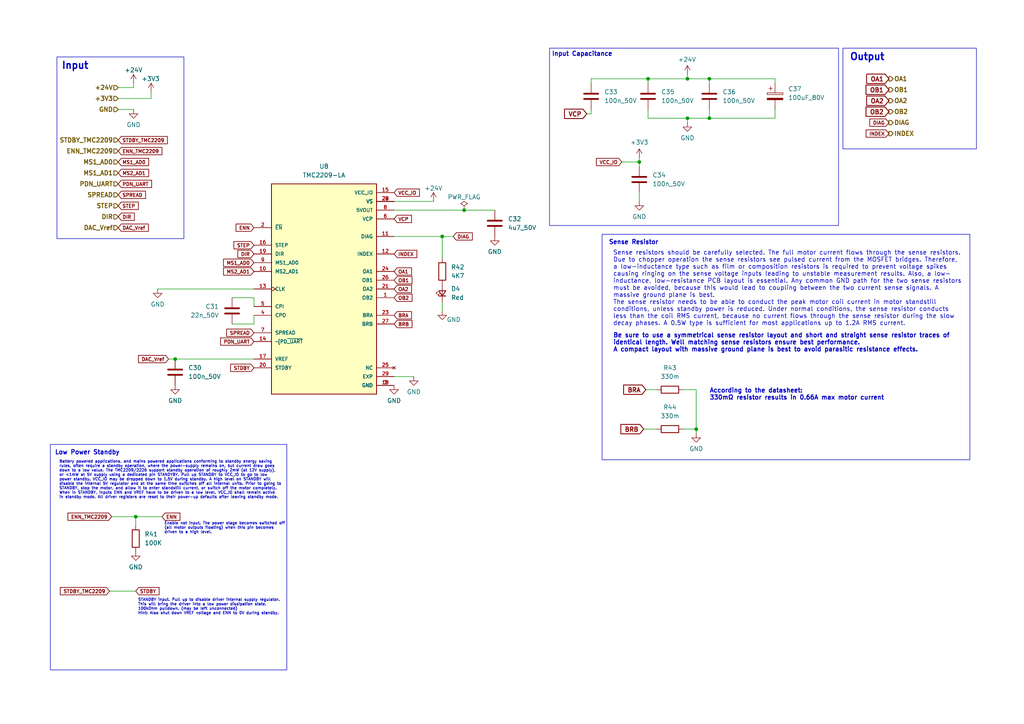
<source format=kicad_sch>
(kicad_sch (version 20231120) (generator "eeschema") (generator_version "8.0")
  (paper "A4")
  (lib_symbols
    (symbol "_C_0402:100n_50V" (pin_numbers hide) (pin_names (offset 0.254))
      (property "Reference" "C" (at 0.635 2.54 0))
      (property "Value" "100n_50V" (at 0.635 -2.54 0))
      (symbol "100n_50V_0_1"
        (polyline (pts (xy -2.032 -0.762) (xy 2.032 -0.762)) (stroke (width 0.508)))
        (polyline (pts (xy -2.032 0.762) (xy 2.032 0.762)) (stroke (width 0.508)))
      )
      (symbol "100n_50V_1_1"
        (pin passive line (at 0 3.81 270) (length 2.794) (name "~") (number "1"))
        (pin passive line (at 0 -3.81 90) (length 2.794) (name "~") (number "2"))
      )
    )
    (symbol "_C_0402:22n_50V" (pin_numbers hide) (pin_names (offset 0.254))
      (property "Reference" "C" (at 0.635 2.54 0))
      (property "Value" "22n_50V" (at 0.635 -2.54 0))
      (symbol "22n_50V_0_1"
        (polyline (pts (xy -2.032 -0.762) (xy 2.032 -0.762)) (stroke (width 0.508)))
        (polyline (pts (xy -2.032 0.762) (xy 2.032 0.762)) (stroke (width 0.508)))
      )
      (symbol "22n_50V_1_1"
        (pin passive line (at 0 3.81 270) (length 2.794) (name "~") (number "1"))
        (pin passive line (at 0 -3.81 90) (length 2.794) (name "~") (number "2"))
      )
    )
    (symbol "_C_1206:4u7_50V" (pin_numbers hide) (pin_names (offset 0.254))
      (property "Reference" "C" (at 0.635 2.54 0))
      (property "Value" "4u7_50V" (at 0.635 -2.54 0))
      (symbol "4u7_50V_0_1"
        (polyline (pts (xy -2.032 -0.762) (xy 2.032 -0.762)) (stroke (width 0.508)))
        (polyline (pts (xy -2.032 0.762) (xy 2.032 0.762)) (stroke (width 0.508)))
      )
      (symbol "4u7_50V_1_1"
        (pin passive line (at 0 3.81 270) (length 2.794) (name "~") (number "1"))
        (pin passive line (at 0 -3.81 90) (length 2.794) (name "~") (number "2"))
      )
    )
    (symbol "_C_Polarized:100uF_80V" (pin_numbers hide) (pin_names (offset 0.254))
      (property "Reference" "C" (at 0.635 2.54 0))
      (property "Value" "100uF_80V" (at 0.635 -2.54 0))
      (symbol "100uF_80V_0_1"
        (rectangle (start -2.286 0.508) (end 2.286 1.016))
        (polyline (pts (xy -1.778 2.286) (xy -0.762 2.286)))
        (polyline (pts (xy -1.27 2.794) (xy -1.27 1.778)))
        (rectangle (start 2.286 -0.508) (end -2.286 -1.016) (fill (type outline)))
      )
      (symbol "100uF_80V_1_1"
        (pin passive line (at 0 3.81 270) (length 2.794) (name "~") (number "1"))
        (pin passive line (at 0 -3.81 90) (length 2.794) (name "~") (number "2"))
      )
    )
    (symbol "_Driver_Motor:TMC2209-LA" (pin_names (offset 1.016))
      (property "Reference" "U" (at -15.24 30.48 0))
      (property "Value" "TMC2209-LA" (at -15.24 -33.02 0))
      (symbol "TMC2209-LA_0_0"
        (rectangle (start -15.24 -30.48) (end 15.24 30.48) (stroke (width 0.254)) (fill (type background)))
        (pin output line (at 20.32 -2.54 180) (length 5.08) (name "OB2") (number "1"))
        (pin input line (at -20.32 5.08 0) (length 5.08) (name "MS2_AD1") (number "10"))
        (pin output line (at 20.32 15.24 180) (length 5.08) (name "DIAG") (number "11"))
        (pin output line (at 20.32 10.16 180) (length 5.08) (name "INDEX") (number "12"))
        (pin input clock (at -20.32 0 0) (length 5.08) (name "CLK") (number "13"))
        (pin bidirectional line (at -20.32 -15.24 0) (length 5.08) (name "~{PD~{_UART}") (number "14"))
        (pin power_in line (at 20.32 27.94 180) (length 5.08) (name "VCC_IO") (number "15"))
        (pin input line (at -20.32 12.7 0) (length 5.08) (name "STEP") (number "16"))
        (pin input line (at -20.32 -20.32 0) (length 5.08) (name "VREF") (number "17"))
        (pin power_in line (at 20.32 -27.94 180) (length 5.08) (name "GND") (number "18"))
        (pin input line (at -20.32 10.16 0) (length 5.08) (name "DIR") (number "19"))
        (pin input line (at -20.32 17.78 0) (length 5.08) (name "~{EN}") (number "2"))
        (pin input line (at -20.32 -22.86 0) (length 5.08) (name "STDBY") (number "20"))
        (pin output line (at 20.32 0 180) (length 5.08) (name "OA2") (number "21"))
        (pin power_in line (at 20.32 25.4 180) (length 5.08) (name "VS") (number "22"))
        (pin bidirectional line (at 20.32 -7.62 180) (length 5.08) (name "BRA") (number "23"))
        (pin output line (at 20.32 5.08 180) (length 5.08) (name "OA1") (number "24"))
        (pin no_connect line (at 20.32 -22.86 180) (length 5.08) (name "NC") (number "25"))
        (pin output line (at 20.32 2.54 180) (length 5.08) (name "OB1") (number "26"))
        (pin bidirectional line (at 20.32 -10.16 180) (length 5.08) (name "BRB") (number "27"))
        (pin power_in line (at 20.32 25.4 180) (length 5.08) (name "VS") (number "28"))
        (pin power_in line (at 20.32 -25.4 180) (length 5.08) (name "EXP") (number "29"))
        (pin power_in line (at 20.32 -27.94 180) (length 5.08) (name "GND") (number "3"))
        (pin output line (at -20.32 -7.62 0) (length 5.08) (name "CPO") (number "4"))
        (pin input line (at -20.32 -5.08 0) (length 5.08) (name "CPI") (number "5"))
        (pin power_in line (at 20.32 20.32 180) (length 5.08) (name "VCP") (number "6"))
        (pin input line (at -20.32 -12.7 0) (length 5.08) (name "SPREAD") (number "7"))
        (pin power_in line (at 20.32 22.86 180) (length 5.08) (name "5VOUT") (number "8"))
        (pin input line (at -20.32 7.62 0) (length 5.08) (name "MS1_AD0") (number "9"))
      )
    )
    (symbol "_LED:Red" (pin_numbers hide) (pin_names (offset 0.254) hide)
      (property "Reference" "D" (at -1.27 3.175 0))
      (property "Value" "Red" (at -4.445 -2.54 0))
      (symbol "Red_0_1"
        (polyline (pts (xy -0.762 -1.016) (xy -0.762 1.016)) (stroke (width 0.254)))
        (polyline (pts (xy 1.016 0) (xy -0.762 0)))
        (polyline (pts (xy 0.762 -1.016) (xy -0.762 0) (xy 0.762 1.016) (xy 0.762 -1.016)) (stroke (width 0.254)))
        (polyline (pts (xy 0 0.762) (xy -0.508 1.27) (xy -0.254 1.27) (xy -0.508 1.27) (xy -0.508 1.016)))
        (polyline (pts (xy 0.508 1.27) (xy 0 1.778) (xy 0.254 1.778) (xy 0 1.778) (xy 0 1.524)))
      )
      (symbol "Red_1_1"
        (pin passive line (at -2.54 0 0) (length 1.778) (name "K") (number "1"))
        (pin passive line (at 2.54 0 180) (length 1.778) (name "A") (number "2"))
      )
    )
    (symbol "_R_0402:100K" (pin_numbers hide) (pin_names (offset 0))
      (property "Reference" "R" (at 2.032 0 90))
      (property "Value" "100K" (at 0 0 90))
      (symbol "100K_0_1"
        (rectangle (start -1.016 -2.54) (end 1.016 2.54) (stroke (width 0.254)))
      )
      (symbol "100K_1_1"
        (pin passive line (at 0 3.81 270) (length 1.27) (name "~") (number "1"))
        (pin passive line (at 0 -3.81 90) (length 1.27) (name "~") (number "2"))
      )
    )
    (symbol "_R_0603:4K7" (pin_numbers hide) (pin_names (offset 0))
      (property "Reference" "R" (at 2.032 0 90))
      (property "Value" "4K7" (at 0 0 90))
      (symbol "4K7_0_1"
        (rectangle (start -1.016 -2.54) (end 1.016 2.54) (stroke (width 0.254)))
      )
      (symbol "4K7_1_1"
        (pin passive line (at 0 3.81 270) (length 1.27) (name "~") (number "1"))
        (pin passive line (at 0 -3.81 90) (length 1.27) (name "~") (number "2"))
      )
    )
    (symbol "_R_1210:330m" (pin_numbers hide) (pin_names (offset 0))
      (property "Reference" "R" (at 2.032 0 90))
      (property "Value" "330m" (at 0 0 90))
      (symbol "330m_0_1"
        (rectangle (start -1.016 -2.54) (end 1.016 2.54) (stroke (width 0.254)))
      )
      (symbol "330m_1_1"
        (pin passive line (at 0 3.81 270) (length 1.27) (name "~") (number "1"))
        (pin passive line (at 0 -3.81 90) (length 1.27) (name "~") (number "2"))
      )
    )
    (symbol "power:+24V" (power) (pin_names (offset 0))
      (property "Value" "+24V" (at 0 3.556 0))
      (symbol "+24V_0_1"
        (polyline (pts (xy -0.762 1.27) (xy 0 2.54)))
        (polyline (pts (xy 0 0) (xy 0 2.54)))
        (polyline (pts (xy 0 2.54) (xy 0.762 1.27)))
      )
      (symbol "+24V_1_1"
        (pin power_in line (at 0 0 90) (length 0) hide (name "+24V") (number "1"))
      )
    )
    (symbol "power:+3V3" (power) (pin_names (offset 0))
      (property "Value" "+3V3" (at 0 3.556 0))
      (symbol "+3V3_0_1"
        (polyline (pts (xy -0.762 1.27) (xy 0 2.54)))
        (polyline (pts (xy 0 0) (xy 0 2.54)))
        (polyline (pts (xy 0 2.54) (xy 0.762 1.27)))
      )
      (symbol "+3V3_1_1"
        (pin power_in line (at 0 0 90) (length 0) hide (name "+3V3") (number "1"))
      )
    )
    (symbol "power:GND" (power) (pin_names (offset 0))
      (property "Value" "GND" (at 0 -3.81 0))
      (symbol "GND_0_1"
        (polyline (pts (xy 0 0) (xy 0 -1.27) (xy 1.27 -1.27) (xy 0 -2.54) (xy -1.27 -1.27) (xy 0 -1.27)))
      )
      (symbol "GND_1_1"
        (pin power_in line (at 0 0 270) (length 0) hide (name "GND") (number "1"))
      )
    )
    (symbol "power:PWR_FLAG" (power) (pin_numbers hide) (pin_names (offset 0) hide)
      (property "Value" "PWR_FLAG" (at 0 3.81 0))
      (symbol "PWR_FLAG_0_0"
        (pin power_out line (at 0 0 90) (length 0) (name "pwr") (number "1"))
      )
      (symbol "PWR_FLAG_0_1"
        (polyline (pts (xy 0 0) (xy 0 1.27) (xy -1.016 1.905) (xy 0 2.54) (xy 1.016 1.905) (xy 0 1.27)))
      )
    )
  )
  (junction (at 187.96 22.86))
  (junction (at 39.37 149.86))
  (junction (at 128.27 68.58))
  (junction (at 199.39 34.29))
  (junction (at 134.62 60.96))
  (junction (at 199.39 22.86))
  (junction (at 205.74 22.86))
  (junction (at 50.8 104.14))
  (junction (at 205.74 34.29))
  (junction (at 201.93 124.46))
  (junction (at 185.42 46.99))
  (wire (pts (xy 199.39 34.29) (xy 205.74 34.29)))
  (wire (pts (xy 186.69 124.46) (xy 190.5 124.46)))
  (wire (pts (xy 48.895 104.14) (xy 50.8 104.14)))
  (wire (pts (xy 131.445 68.58) (xy 128.27 68.58)))
  (wire (pts (xy 67.31 93.98) (xy 73.66 93.98)))
  (wire (pts (xy 187.96 31.75) (xy 187.96 34.29)))
  (wire (pts (xy 171.45 22.86) (xy 187.96 22.86)))
  (wire (pts (xy 45.72 83.82) (xy 73.66 83.82)))
  (wire (pts (xy 171.45 31.75) (xy 171.45 33.02)))
  (wire (pts (xy 205.74 22.86) (xy 224.79 22.86)))
  (wire (pts (xy 34.29 31.75) (xy 38.735 31.75)))
  (wire (pts (xy 171.45 22.86) (xy 171.45 24.13)))
  (wire (pts (xy 187.325 113.03) (xy 190.5 113.03)))
  (wire (pts (xy 187.96 22.86) (xy 199.39 22.86)))
  (wire (pts (xy 187.96 22.86) (xy 187.96 24.13)))
  (wire (pts (xy 224.79 31.75) (xy 224.79 34.29)))
  (wire (pts (xy 50.8 104.14) (xy 73.66 104.14)))
  (wire (pts (xy 67.31 86.36) (xy 73.66 86.36)))
  (wire (pts (xy 185.42 46.99) (xy 185.42 48.26)))
  (wire (pts (xy 201.93 113.03) (xy 198.12 113.03)))
  (wire (pts (xy 185.42 55.88) (xy 185.42 58.42)))
  (wire (pts (xy 31.75 171.45) (xy 39.37 171.45)))
  (wire (pts (xy 198.12 124.46) (xy 201.93 124.46)))
  (wire (pts (xy 128.27 68.58) (xy 128.27 74.93)))
  (wire (pts (xy 128.27 68.58) (xy 114.3 68.58)))
  (wire (pts (xy 199.39 21.59) (xy 199.39 22.86)))
  (wire (pts (xy 73.66 86.36) (xy 73.66 88.9)))
  (wire (pts (xy 199.39 34.29) (xy 199.39 35.56)))
  (wire (pts (xy 38.735 25.4) (xy 34.29 25.4)))
  (wire (pts (xy 187.96 34.29) (xy 199.39 34.29)))
  (wire (pts (xy 114.3 58.42) (xy 125.73 58.42)))
  (wire (pts (xy 39.37 149.86) (xy 46.99 149.86)))
  (wire (pts (xy 73.66 91.44) (xy 73.66 93.98)))
  (wire (pts (xy 180.34 46.99) (xy 185.42 46.99)))
  (wire (pts (xy 185.42 46.99) (xy 185.42 45.72)))
  (wire (pts (xy 34.29 28.575) (xy 43.815 28.575)))
  (wire (pts (xy 201.93 124.46) (xy 201.93 125.73)))
  (wire (pts (xy 224.79 34.29) (xy 205.74 34.29)))
  (wire (pts (xy 39.37 149.86) (xy 39.37 152.4)))
  (wire (pts (xy 114.3 60.96) (xy 134.62 60.96)))
  (wire (pts (xy 43.815 26.67) (xy 43.815 28.575)))
  (wire (pts (xy 201.93 113.03) (xy 201.93 124.46)))
  (wire (pts (xy 134.62 60.96) (xy 143.51 60.96)))
  (wire (pts (xy 224.79 22.86) (xy 224.79 24.13)))
  (wire (pts (xy 38.735 24.13) (xy 38.735 25.4)))
  (wire (pts (xy 32.385 149.86) (xy 39.37 149.86)))
  (wire (pts (xy 205.74 22.86) (xy 205.74 24.13)))
  (wire (pts (xy 114.3 109.22) (xy 120.015 109.22)))
  (wire (pts (xy 128.27 90.17) (xy 128.27 87.63)))
  (wire (pts (xy 199.39 22.86) (xy 205.74 22.86)))
  (wire (pts (xy 205.74 31.75) (xy 205.74 34.29)))
  (wire (pts (xy 171.45 33.02) (xy 170.18 33.02)))
  (rectangle (start 159.385 13.97) (end 243.205 65.405))
  (rectangle (start 244.475 13.97) (end 283.21 43.18))
  (rectangle (start 16.51 16.51) (end 53.34 69.215))
  (rectangle (start 14.605 128.905) (end 83.185 194.31))
  (rectangle (start 174.625 67.945) (end 281.305 133.35))
  (text "STANDBY input. Pull up to disable driver internal supply regulator.\nThis will bring the driver into a low power dissipation state.\n100kOhm pulldown. (may be left unconnected)\nHint: Also shut down VREF voltage and ENN to 0V during standby." (at 40.005 178.435 0) (effects (font (size 0.8 0.8)) (justify left bottom)))
  (text "Output" (at 246.38 17.78 0) (effects (font (size 2 2) (thickness 0.4) (bold yes)) (justify left bottom)))
  (text "Sense resistors should be carefully selected. The full motor current flows through the sense resistors.\nDue to chopper operation the sense resistors see pulsed current from the MOSFET bridges. Therefore,\na low-inductance type such as film or composition resistors is required to prevent voltage spikes\ncausing ringing on the sense voltage inputs leading to unstable measurement results. Also, a low-\ninductance, low-resistance PCB layout is essential. Any common GND path for the two sense resistors\nmust be avoided, because this would lead to coupling between the two current sense signals. A\nmassive ground plane is best.\nThe sense resistor needs to be able to conduct the peak motor coil current in motor standstill\nconditions, unless standby power is reduced. Under normal conditions, the sense resistor conducts\nless than the coil RMS current, because no current flows through the sense resistor during the slow\ndecay phases. A 0.5W type is sufficient for most applications up to 1.2A RMS current." (at 177.8 94.615 0) (effects (font (size 1.27 1.27)) (justify left bottom)))
  (text "Enable not input. The power stage becomes switched off\n(all motor outputs floating) when this pin becomes\ndriven to a high level." (at 47.625 154.94 0) (effects (font (size 0.8 0.8)) (justify left bottom)))
  (text "Low Power Standby" (at 15.875 132.08 0) (effects (font (size 1.27 1.27) (bold yes)) (justify left bottom)))
  (text "Be sure to use a symmetrical sense resistor layout and short and straight sense resistor traces of\nidentical length. Well matching sense resistors ensure best performance.\nA compact layout with massive ground plane is best to avoid parasitic resistance effects." (at 177.8 102.235 0) (effects (font (size 1.27 1.27) (thickness 0.254) (bold yes)) (justify left bottom)))
  (text "According to the datasheet:\n330mΩ resistor results in 0.66A max motor current" (at 205.74 116.205 0) (effects (font (size 1.27 1.27) (bold yes)) (justify left bottom)))
  (text "Sense Resistor" (at 176.53 71.12 0) (effects (font (size 1.27 1.27) (bold yes)) (justify left bottom)))
  (text "Battery powered applications, and mains powered applications conforming to standby energy saving\nrules, often require a standby operation, where the power-supply remains on, but current draw goes\ndown to a low value. The TMC2209/2226 support standby operation of roughly 2mW (at 12V supply),\nor <1mW at 5V supply using a dedicated pin STANDYBY. Pull up STANDBY to VCC_IO to go to low\npower standby. VCC_IO may be dropped down to 1.5V during standby. A high level on STANDBY will\ndisable the internal 5V regulator and at the same time switches off all internal units. Prior to going to\nSTANDBY, stop the motor, and allow it to enter standstill current, or switch off the motor completely.\nWhen in STANDBY, inputs ENN and VREF have to be driven to a low level. VCC_IO shall remain active\nin standby mode. All driver registers are reset to their power-up defaults after leaving standby mode." (at 17.145 144.78 0) (effects (font (size 0.8 0.8)) (justify left bottom)))
  (text "Input Capacitance" (at 160.02 16.51 0) (effects (font (size 1.27 1.27) (bold yes)) (justify left bottom)))
  (text "Input" (at 17.78 20.32 0) (effects (font (size 2 2) (thickness 0.4) (bold yes)) (justify left bottom)))
  (global_label "ENN" (shape input) (at 73.66 66.04 180) (effects (font (size 1 1) (bold yes))) (property "Intersheetrefs" "${INTERSHEET_REFS}" (effects (hide yes))))
  (global_label "DAC_Vref" (shape input) (at 48.895 104.14 180) (effects (font (size 1 1) (bold yes))) (property "Intersheetrefs" "${INTERSHEET_REFS}" (effects (hide yes))))
  (global_label "BRA" (shape input) (at 114.3 91.44 0) (effects (font (size 1 1) (bold yes))) (property "Intersheetrefs" "${INTERSHEET_REFS}" (effects (hide yes))))
  (global_label "INDEX" (shape input) (at 257.81 38.735 180) (effects (font (size 1 1) (bold yes))) (property "Intersheetrefs" "${INTERSHEET_REFS}" (effects (hide yes))))
  (global_label "ENN" (shape input) (at 46.99 149.86 0) (effects (font (size 1 1) (bold yes))) (property "Intersheetrefs" "${INTERSHEET_REFS}" (effects (hide yes))))
  (global_label "VCP" (shape input) (at 170.18 33.02 180) (effects (font (bold yes))) (property "Intersheetrefs" "${INTERSHEET_REFS}" (effects (hide yes))))
  (global_label "STDBY" (shape input) (at 39.37 171.45 0) (effects (font (size 1 1) (bold yes))) (property "Intersheetrefs" "${INTERSHEET_REFS}" (effects (hide yes))))
  (global_label "MS2_AD1" (shape input) (at 34.29 50.165 0) (effects (font (size 1 1) (bold yes))) (property "Intersheetrefs" "${INTERSHEET_REFS}" (effects (hide yes))))
  (global_label "BRA" (shape input) (at 187.325 113.03 180) (effects (font (bold yes))) (property "Intersheetrefs" "${INTERSHEET_REFS}" (effects (hide yes))))
  (global_label "SPREAD" (shape input) (at 73.66 96.52 180) (effects (font (size 1 1) (bold yes))) (property "Intersheetrefs" "${INTERSHEET_REFS}" (effects (hide yes))))
  (global_label "VCC_IO" (shape input) (at 180.34 46.99 180) (effects (font (size 1 1) (bold yes))) (property "Intersheetrefs" "${INTERSHEET_REFS}" (effects (hide yes))))
  (global_label "VCP" (shape input) (at 114.3 63.5 0) (effects (font (size 1 1) (bold yes))) (property "Intersheetrefs" "${INTERSHEET_REFS}" (effects (hide yes))))
  (global_label "OB2" (shape input) (at 114.3 86.36 0) (effects (font (size 1 1) (bold yes))) (property "Intersheetrefs" "${INTERSHEET_REFS}" (effects (hide yes))))
  (global_label "MS1_AD0" (shape input) (at 34.29 46.99 0) (effects (font (size 1 1) (bold yes))) (property "Intersheetrefs" "${INTERSHEET_REFS}" (effects (hide yes))))
  (global_label "PDN_UART" (shape input) (at 34.29 53.34 0) (effects (font (size 1 1) (bold yes))) (property "Intersheetrefs" "${INTERSHEET_REFS}" (effects (hide yes))))
  (global_label "STEP" (shape input) (at 34.29 59.69 0) (effects (font (size 1 1) (bold yes))) (property "Intersheetrefs" "${INTERSHEET_REFS}" (effects (hide yes))))
  (global_label "DIR" (shape input) (at 73.66 73.66 180) (effects (font (size 1 1) (bold yes))) (property "Intersheetrefs" "${INTERSHEET_REFS}" (effects (hide yes))))
  (global_label "STEP" (shape input) (at 73.66 71.12 180) (effects (font (size 1 1) (bold yes))) (property "Intersheetrefs" "${INTERSHEET_REFS}" (effects (hide yes))))
  (global_label "MS2_AD1" (shape input) (at 73.66 78.74 180) (effects (font (size 1 1) (bold yes))) (property "Intersheetrefs" "${INTERSHEET_REFS}" (effects (hide yes))))
  (global_label "OA1" (shape input) (at 114.3 78.74 0) (effects (font (size 1 1) (bold yes))) (property "Intersheetrefs" "${INTERSHEET_REFS}" (effects (hide yes))))
  (global_label "DAC_Vref" (shape input) (at 34.29 66.04 0) (effects (font (size 1 1) (bold yes))) (property "Intersheetrefs" "${INTERSHEET_REFS}" (effects (hide yes))))
  (global_label "DIAG" (shape input) (at 257.81 35.56 180) (effects (font (size 1 1) (bold yes))) (property "Intersheetrefs" "${INTERSHEET_REFS}" (effects (hide yes))))
  (global_label "MS1_AD0" (shape input) (at 73.66 76.2 180) (effects (font (size 1 1) (bold yes))) (property "Intersheetrefs" "${INTERSHEET_REFS}" (effects (hide yes))))
  (global_label "OA1" (shape input) (at 257.81 22.86 180) (effects (font (bold yes))) (property "Intersheetrefs" "${INTERSHEET_REFS}" (effects (hide yes))))
  (global_label "STDBY" (shape input) (at 73.66 106.68 180) (effects (font (size 1 1) (bold yes))) (property "Intersheetrefs" "${INTERSHEET_REFS}" (effects (hide yes))))
  (global_label "OA2" (shape input) (at 257.81 29.21 180) (effects (font (bold yes))) (property "Intersheetrefs" "${INTERSHEET_REFS}" (effects (hide yes))))
  (global_label "VCC_IO" (shape input) (at 114.3 55.88 0) (effects (font (size 1 1) (bold yes))) (property "Intersheetrefs" "${INTERSHEET_REFS}" (effects (hide yes))))
  (global_label "STDBY_TMC2209" (shape input) (at 34.29 40.64 0) (effects (font (size 1 1) (bold yes))) (property "Intersheetrefs" "${INTERSHEET_REFS}" (effects (hide yes))))
  (global_label "BRB" (shape input) (at 114.3 93.98 0) (effects (font (size 1 1) (bold yes))) (property "Intersheetrefs" "${INTERSHEET_REFS}" (effects (hide yes))))
  (global_label "STDBY_TMC2209" (shape input) (at 31.75 171.45 180) (effects (font (size 1 1) (bold yes))) (property "Intersheetrefs" "${INTERSHEET_REFS}" (effects (hide yes))))
  (global_label "ENN_TMC2209" (shape input) (at 32.385 149.86 180) (effects (font (size 1 1) (bold yes))) (property "Intersheetrefs" "${INTERSHEET_REFS}" (effects (hide yes))))
  (global_label "SPREAD" (shape input) (at 34.29 56.515 0) (effects (font (size 1 1) (bold yes))) (property "Intersheetrefs" "${INTERSHEET_REFS}" (effects (hide yes))))
  (global_label "OB1" (shape input) (at 114.3 81.28 0) (effects (font (size 1 1) (bold yes))) (property "Intersheetrefs" "${INTERSHEET_REFS}" (effects (hide yes))))
  (global_label "ENN_TMC2209" (shape input) (at 34.29 43.815 0) (effects (font (size 1 1) (bold yes))) (property "Intersheetrefs" "${INTERSHEET_REFS}" (effects (hide yes))))
  (global_label "OA2" (shape input) (at 114.3 83.82 0) (effects (font (size 1 1) (bold yes))) (property "Intersheetrefs" "${INTERSHEET_REFS}" (effects (hide yes))))
  (global_label "DIR" (shape input) (at 34.29 62.865 0) (effects (font (size 1 1) (bold yes))) (property "Intersheetrefs" "${INTERSHEET_REFS}" (effects (hide yes))))
  (global_label "INDEX" (shape input) (at 114.3 73.66 0) (effects (font (size 1 1) (bold yes))) (property "Intersheetrefs" "${INTERSHEET_REFS}" (effects (hide yes))))
  (global_label "OB2" (shape input) (at 257.81 32.385 180) (effects (font (bold yes))) (property "Intersheetrefs" "${INTERSHEET_REFS}" (effects (hide yes))))
  (global_label "DIAG" (shape input) (at 131.445 68.58 0) (effects (font (size 1 1) (bold yes))) (property "Intersheetrefs" "${INTERSHEET_REFS}" (effects (hide yes))))
  (global_label "OB1" (shape input) (at 257.81 26.035 180) (effects (font (bold yes))) (property "Intersheetrefs" "${INTERSHEET_REFS}" (effects (hide yes))))
  (global_label "PDN_UART" (shape input) (at 73.66 99.06 180) (effects (font (size 1 1) (bold yes))) (property "Intersheetrefs" "${INTERSHEET_REFS}" (effects (hide yes))))
  (global_label "BRB" (shape input) (at 186.69 124.46 180) (effects (font (bold yes))) (property "Intersheetrefs" "${INTERSHEET_REFS}" (effects (hide yes))))
  (hierarchical_label "DIAG" (shape output) (at 257.81 35.56 0) (effects (font (bold yes))))
  (hierarchical_label "ENN_TMC2209" (shape input) (at 34.29 43.815 180) (effects (font (bold yes))))
  (hierarchical_label "INDEX" (shape output) (at 257.81 38.735 0) (effects (font (bold yes))))
  (hierarchical_label "+24V" (shape input) (at 34.29 25.4 180) (effects (font (bold yes))))
  (hierarchical_label "OB1" (shape output) (at 257.81 26.035 0) (effects (font (bold yes))))
  (hierarchical_label "+3V3" (shape input) (at 34.29 28.575 180) (effects (font (bold yes))))
  (hierarchical_label "PDN_UART" (shape input) (at 34.29 53.34 180) (effects (font (bold yes))))
  (hierarchical_label "MS1_AD1" (shape input) (at 34.29 50.165 180) (effects (font (bold yes))))
  (hierarchical_label "SPREAD" (shape input) (at 34.29 56.515 180) (effects (font (bold yes))))
  (hierarchical_label "OB2" (shape output) (at 257.81 32.385 0) (effects (font (bold yes))))
  (hierarchical_label "GND" (shape input) (at 34.29 31.75 180) (effects (font (bold yes))))
  (hierarchical_label "OA1" (shape output) (at 257.81 22.86 0) (effects (font (bold yes))))
  (hierarchical_label "MS1_AD0" (shape input) (at 34.29 46.99 180) (effects (font (bold yes))))
  (hierarchical_label "DAC_Vref" (shape input) (at 34.29 66.04 180) (effects (font (bold yes))))
  (hierarchical_label "STEP" (shape input) (at 34.29 59.69 180) (effects (font (bold yes))))
  (hierarchical_label "DIR" (shape input) (at 34.29 62.865 180) (effects (font (bold yes))))
  (hierarchical_label "STDBY_TMC2209" (shape input) (at 34.29 40.64 180) (effects (font (bold yes))))
  (hierarchical_label "OA2" (shape output) (at 257.81 29.21 0) (effects (font (bold yes))))
  (symbol (lib_id "power:PWR_FLAG") (at 134.62 60.96 0) (unit 1)
    (property "Reference" "#FLG04" (effects (hide yes)))
    (property "Value" "PWR_FLAG" (at 134.62 57.15 0))
  )
  (symbol (lib_id "power:+24V") (at 199.39 21.59 0) (unit 1)
    (property "Reference" "#PWR0126" (effects (hide yes)))
    (property "Value" "+24V" (at 199.263 17.272 0))
  )
  (symbol (lib_id "power:GND") (at 199.39 35.56 0) (unit 1)
    (property "Reference" "#PWR0127" (effects (hide yes)))
    (property "Value" "GND" (at 199.39 40.005 0))
  )
  (symbol (lib_id "_R_0402:100K") (at 39.37 156.21 0) (unit 1)
    (property "Reference" "R41" (at 41.91 154.9399 0) (effects (justify left)))
    (property "Value" "100K" (at 41.91 157.4799 0) (effects (justify left)))
    (property "Footprint" "Resistor_SMD:R_0402_1005Metric" (effects (hide yes)))
    (property "Description" "Resistor 100K 1% 62.5mW 50V 0402" (effects (hide yes)))
    (property "MF" "UNI-ROYAL" (effects (hide yes)))
    (property "MPN" "0402WGF1003TCE" (effects (hide yes)))
    (property "OC_LCSC" "C25741" (effects (hide yes)))
  )
  (symbol (lib_id "_C_0402:100n_50V") (at 205.74 27.94 0) (unit 1)
    (property "Reference" "C36" (at 209.55 26.6699 0) (effects (justify left)))
    (property "Value" "100n_50V" (at 209.55 29.2099 0) (effects (justify left)))
    (property "Footprint" "Capacitor_SMD:C_0402_1005Metric" (effects (hide yes)))
    (property "Datasheet" "https://product.samsungsem.com/mlcc/CL05B104KB54PN.do" (effects (hide yes)))
    (property "Description" "Capacitor 100nF 50V X7R 10% 0402" (effects (hide yes)))
    (property "MF" "Samsung Electro-Mechanics" (effects (hide yes)))
    (property "MPN" "CL05B104KB54PNC" (effects (hide yes)))
    (property "OC_LCSC" "C307331" (effects (hide yes)))
  )
  (symbol (lib_id "_C_1206:4u7_50V") (at 143.51 64.77 0) (unit 1)
    (property "Reference" "C32" (at 147.32 63.4999 0) (effects (justify left)))
    (property "Value" "4u7_50V" (at 147.32 66.0399 0) (effects (justify left)))
    (property "Footprint" "Capacitor_SMD:C_1206_3216Metric" (effects (hide yes)))
    (property "Description" "Capacitor 4.7uF 50V X7R 10% 1206" (effects (hide yes)))
    (property "MF" "FH" (effects (hide yes)))
    (property "MPN" "1206B475K500NT" (effects (hide yes)))
    (property "OC_LCSC" "C29823" (effects (hide yes)))
  )
  (symbol (lib_id "power:+24V") (at 125.73 58.42 0) (unit 1)
    (property "Reference" "#PWR0121" (effects (hide yes)))
    (property "Value" "+24V" (at 125.73 54.61 0))
  )
  (symbol (lib_id "power:+3V3") (at 185.42 45.72 0) (unit 1)
    (property "Reference" "#PWR0124" (effects (hide yes)))
    (property "Value" "+3V3" (at 185.42 41.275 0))
  )
  (symbol (lib_id "power:GND") (at 39.37 160.02 0) (unit 1)
    (property "Reference" "#PWR0115" (effects (hide yes)))
    (property "Value" "GND" (at 39.37 164.465 0))
  )
  (symbol (lib_id "_LED:Red") (at 128.27 85.09 90) (unit 1)
    (property "Reference" "D4" (at 130.81 83.7564 90) (effects (justify right)))
    (property "Value" "Red" (at 130.81 86.2964 90) (effects (justify right)))
    (property "Footprint" "LED_SMD:LED_0603_1608Metric" (effects (hide yes)))
    (property "Datasheet" "https://datasheet.lcsc.com/lcsc/1810231112_Hubei-KENTO-Elec-KT-0603R_C2286.pdf" (effects (hide yes)))
    (property "Description" "LED Red 0603" (effects (hide yes)))
    (property "MF" "Hubei KENTO Elec" (effects (hide yes)))
    (property "MPN" "KT-0603R" (effects (hide yes)))
    (property "OC_LCSC" "C2286" (effects (hide yes)))
  )
  (symbol (lib_id "_C_0402:100n_50V") (at 171.45 27.94 0) (unit 1)
    (property "Reference" "C33" (at 175.26 26.6699 0) (effects (justify left)))
    (property "Value" "100n_50V" (at 175.26 29.2099 0) (effects (justify left)))
    (property "Footprint" "Capacitor_SMD:C_0402_1005Metric" (effects (hide yes)))
    (property "Datasheet" "https://product.samsungsem.com/mlcc/CL05B104KB54PN.do" (effects (hide yes)))
    (property "Description" "Capacitor 100nF 50V X7R 10% 0402" (effects (hide yes)))
    (property "MF" "Samsung Electro-Mechanics" (effects (hide yes)))
    (property "MPN" "CL05B104KB54PNC" (effects (hide yes)))
    (property "OC_LCSC" "C307331" (effects (hide yes)))
  )
  (symbol (lib_id "_C_0402:100n_50V") (at 187.96 27.94 0) (unit 1)
    (property "Reference" "C35" (at 191.77 26.6699 0) (effects (justify left)))
    (property "Value" "100n_50V" (at 191.77 29.2099 0) (effects (justify left)))
    (property "Footprint" "Capacitor_SMD:C_0402_1005Metric" (effects (hide yes)))
    (property "Datasheet" "https://product.samsungsem.com/mlcc/CL05B104KB54PN.do" (effects (hide yes)))
    (property "Description" "Capacitor 100nF 50V X7R 10% 0402" (effects (hide yes)))
    (property "MF" "Samsung Electro-Mechanics" (effects (hide yes)))
    (property "MPN" "CL05B104KB54PNC" (effects (hide yes)))
    (property "OC_LCSC" "C307331" (effects (hide yes)))
  )
  (symbol (lib_id "power:GND") (at 50.8 111.76 0) (unit 1)
    (property "Reference" "#PWR0118" (effects (hide yes)))
    (property "Value" "GND" (at 50.8 116.205 0))
  )
  (symbol (lib_id "power:GND") (at 143.51 68.58 0) (unit 1)
    (property "Reference" "#PWR0123" (effects (hide yes)))
    (property "Value" "GND" (at 143.51 73.025 0))
  )
  (symbol (lib_id "power:GND") (at 185.42 58.42 0) (unit 1)
    (property "Reference" "#PWR0125" (effects (hide yes)))
    (property "Value" "GND" (at 185.42 62.865 0))
  )
  (symbol (lib_id "_R_0603:4K7") (at 128.27 78.74 0) (unit 1)
    (property "Reference" "R42" (at 130.81 77.4699 0) (effects (justify left)))
    (property "Value" "4K7" (at 130.81 80.0099 0) (effects (justify left)))
    (property "Footprint" "Resistor_SMD:R_0603_1608Metric" (effects (hide yes)))
    (property "Datasheet" "https://datasheet.lcsc.com/lcsc/2206010100_UNI-ROYAL-Uniroyal-Elec-0603WAF4701T5E_C23162.pdf" (effects (hide yes)))
    (property "Description" "Resistor 4K7 1% 100mW 75V 0603" (effects (hide yes)))
    (property "MF" "UNI-ROYAL" (effects (hide yes)))
    (property "MPN" "0603WAF4701T5E" (effects (hide yes)))
    (property "OC_LCSC" "C23162" (effects (hide yes)))
  )
  (symbol (lib_id "_R_1210:330m") (at 194.31 124.46 90) (unit 1)
    (property "Reference" "R44" (at 194.31 118.11 90))
    (property "Value" "330m" (at 194.31 120.65 90))
    (property "Footprint" "Resistor_SMD:R_1210_3225Metric" (effects (hide yes)))
    (property "Datasheet" "https://wmsc.lcsc.com/wmsc/upload/file/pdf/v2/lcsc/2201181800_FOJAN-FRL1210FR330TS_C2960935.pdf" (effects (hide yes)))
    (property "Description" "Resistor 330mΩ 1% 500mW 500V 1210" (effects (hide yes)))
    (property "MF" "FOJAN" (effects (hide yes)))
    (property "MPN" "FRL1210FR330TS" (effects (hide yes)))
    (property "OC_LCSC" "C2960935" (effects (hide yes)))
  )
  (symbol (lib_id "power:GND") (at 114.3 111.76 0) (unit 1)
    (property "Reference" "#PWR0119" (effects (hide yes)))
    (property "Value" "GND" (at 114.3 116.205 0))
  )
  (symbol (lib_id "_R_1210:330m") (at 194.31 113.03 90) (unit 1)
    (property "Reference" "R43" (at 194.31 106.68 90))
    (property "Value" "330m" (at 194.31 109.22 90))
    (property "Footprint" "Resistor_SMD:R_1210_3225Metric" (effects (hide yes)))
    (property "Datasheet" "https://wmsc.lcsc.com/wmsc/upload/file/pdf/v2/lcsc/2201181800_FOJAN-FRL1210FR330TS_C2960935.pdf" (effects (hide yes)))
    (property "Description" "Resistor 330mΩ 1% 500mW 500V 1210" (effects (hide yes)))
    (property "MF" "FOJAN" (effects (hide yes)))
    (property "MPN" "FRL1210FR330TS" (effects (hide yes)))
    (property "OC_LCSC" "C2960935" (effects (hide yes)))
  )
  (symbol (lib_id "_Driver_Motor:TMC2209-LA") (at 93.98 83.82 0) (unit 1)
    (property "Reference" "U8" (at 93.98 48.26 0))
    (property "Value" "TMC2209-LA" (at 93.98 50.8 0))
    (property "Footprint" "Package_DFN_QFN:QFN-28-1EP_5x5mm_P0.5mm_EP3.1x3.1mm_ThermalVias" (effects (hide yes)))
    (property "Datasheet" "https://www.analog.com/media/en/technical-documentation/data-sheets/TMC2209_datasheet_rev1.09.pdf" (effects (hide yes)))
    (property "Description" "TMC2209 Silent stepper motor driver with stealthChop2 and spreadCycle for efficient performance" (effects (hide yes)))
    (property "PARTREV" "1.08" (effects (hide yes)))
    (property "STANDARD" "IPC-7351B" (effects (hide yes)))
    (property "SNAPEDA_PN" "TMC2209-LA" (effects (hide yes)))
    (property "MAXIMUM_PACKAGE_HEIGHT" "0.90mm" (effects (hide yes)))
    (property "MANUFACTURER" "Trinamic" (effects (hide yes)))
    (property "MF" "TRINAMIC Motion Control GmbH" (effects (hide yes)))
    (property "MPN" "TMC2209-LA" (effects (hide yes)))
    (property "OC_LCSC" "C465949" (effects (hide yes)))
  )
  (symbol (lib_id "power:GND") (at 38.735 31.75 0) (unit 1)
    (property "Reference" "#PWR0114" (effects (hide yes)))
    (property "Value" "GND" (at 38.735 36.195 0))
  )
  (symbol (lib_id "power:GND") (at 45.72 83.82 0) (unit 1)
    (property "Reference" "#PWR0117" (effects (hide yes)))
    (property "Value" "GND" (at 45.72 88.265 0))
  )
  (symbol (lib_id "power:GND") (at 128.27 90.17 0) (unit 1)
    (property "Reference" "#PWR0122" (effects (hide yes)))
    (property "Value" "GND" (at 129.54 92.71 0) (effects (justify left)))
  )
  (symbol (lib_id "power:+24V") (at 38.735 24.13 0) (unit 1)
    (property "Reference" "#PWR0113" (effects (hide yes)))
    (property "Value" "+24V" (at 38.735 20.32 0))
  )
  (symbol (lib_id "power:GND") (at 120.015 109.22 0) (unit 1)
    (property "Reference" "#PWR0120" (effects (hide yes)))
    (property "Value" "GND" (at 120.015 113.665 0))
  )
  (symbol (lib_id "power:GND") (at 201.93 125.73 0) (unit 1)
    (property "Reference" "#PWR0128" (effects (hide yes)))
    (property "Value" "GND" (at 201.93 130.175 0))
  )
  (symbol (lib_id "_C_0402:100n_50V") (at 185.42 52.07 0) (unit 1)
    (property "Reference" "C34" (at 189.23 50.7999 0) (effects (justify left)))
    (property "Value" "100n_50V" (at 189.23 53.3399 0) (effects (justify left)))
    (property "Footprint" "Capacitor_SMD:C_0402_1005Metric" (effects (hide yes)))
    (property "Datasheet" "https://product.samsungsem.com/mlcc/CL05B104KB54PN.do" (effects (hide yes)))
    (property "Description" "Capacitor 100nF 50V X7R 10% 0402" (effects (hide yes)))
    (property "MF" "Samsung Electro-Mechanics" (effects (hide yes)))
    (property "MPN" "CL05B104KB54PNC" (effects (hide yes)))
    (property "OC_LCSC" "C307331" (effects (hide yes)))
  )
  (symbol (lib_id "_C_0402:22n_50V") (at 67.31 90.17 0) (mirror y) (unit 1)
    (property "Reference" "C31" (at 63.5 88.8999 0) (effects (justify left)))
    (property "Value" "22n_50V" (at 63.5 91.4399 0) (effects (justify left)))
    (property "Footprint" "Capacitor_SMD:C_0402_1005Metric" (effects (hide yes)))
    (property "Datasheet" "https://wmsc.lcsc.com/wmsc/upload/file/pdf/v2/lcsc/2304140030_FH--Guangdong-Fenghua-Advanced-Tech-0402B223K500NT_C1532.pdf" (effects (hide yes)))
    (property "Description" "Capacitor 22nF 50V X7R 10% 0402" (effects (hide yes)))
    (property "MF" "FH" (effects (hide yes)))
    (property "MPN" "0402B223K500NT" (effects (hide yes)))
    (property "OC_LCSC" "C1532" (effects (hide yes)))
  )
  (symbol (lib_id "_C_Polarized:100uF_80V") (at 224.79 27.94 0) (unit 1)
    (property "Reference" "C37" (at 228.6 25.7809 0) (effects (justify left)))
    (property "Value" "100uF_80V" (at 228.6 28.3209 0) (effects (justify left)))
    (property "Footprint" "Capacitor_SMD:CP_Elec_10x10" (effects (hide yes)))
    (property "Datasheet" "https://www.mouser.de/datasheet/2/231/161587245243-2307006.pdf" (effects (hide yes)))
    (property "Description" "Aluminum Electrolytic Capacitor 100uF 80V ±20% SMD,D10xL10mm" (effects (hide yes)))
    (property "MF" "Lelon" (effects (hide yes)))
    (property "MPN" "VZH101M1KTR-1010" (effects (hide yes)))
    (property "OC_LCSC" "C249838" (effects (hide yes)))
    (property "OC_MOUSER" "140-VZH101M1KTR1010 " (effects (hide yes)))
  )
  (symbol (lib_id "_C_0402:100n_50V") (at 50.8 107.95 0) (unit 1)
    (property "Reference" "C30" (at 54.61 106.6799 0) (effects (justify left)))
    (property "Value" "100n_50V" (at 54.61 109.2199 0) (effects (justify left)))
    (property "Footprint" "Capacitor_SMD:C_0402_1005Metric" (effects (hide yes)))
    (property "Datasheet" "https://product.samsungsem.com/mlcc/CL05B104KB54PN.do" (effects (hide yes)))
    (property "Description" "Capacitor 100nF 50V X7R 10% 0402" (effects (hide yes)))
    (property "MF" "Samsung Electro-Mechanics" (effects (hide yes)))
    (property "MPN" "CL05B104KB54PNC" (effects (hide yes)))
    (property "OC_LCSC" "C307331" (effects (hide yes)))
  )
  (symbol (lib_id "power:+3V3") (at 43.815 26.67 0) (unit 1)
    (property "Reference" "#PWR0116" (effects (hide yes)))
    (property "Value" "+3V3" (at 43.688 22.86 0))
  )
)
</source>
